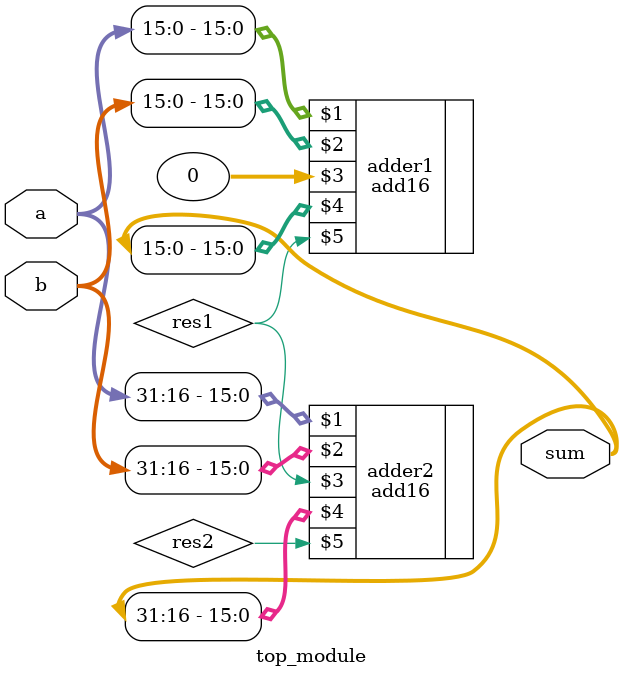
<source format=v>
module top_module(
  input [31:0] a,
  input [31:0] b,
  output [31:0] sum
);
  wire res1,res2;
  add16 adder1(a[15:0],b[15:0],0,sum[15:0],res1);
  add16 adder2(a[31:16],b[31:16],res1,sum[31:16],res2);
endmodule
</source>
